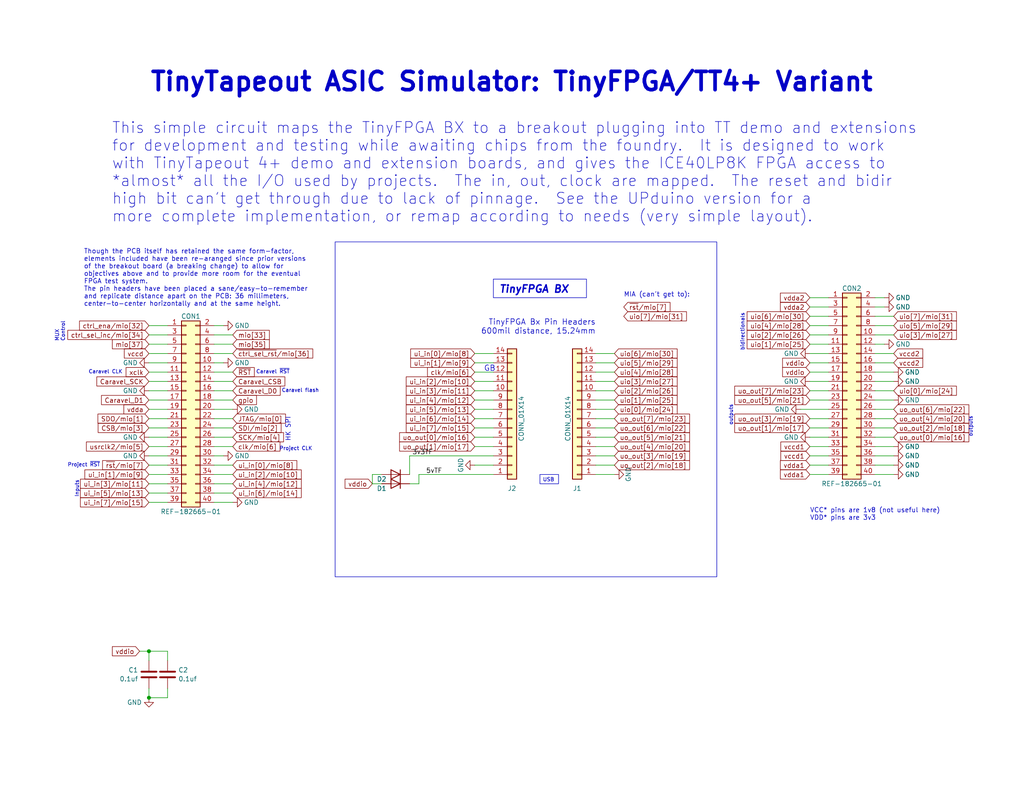
<source format=kicad_sch>
(kicad_sch (version 20230121) (generator eeschema)
  (paper "A")
  (title_block (title "TinyTapeout ASIC Simulator: TinyFPGA/TT4+ Variant") (date "2023-11-29") (rev "1.0") (company "Psychogenic Technologies") (comment 1 "(C) 2023 Pat Deegan"))
  (lib_symbols
    (symbol "Connector_Generic:Conn_02x20_Odd_Even" (pin_names (offset 1.016) hide)
      (property "Reference" "J" (at 1.27 25.4 0))
      (property "Value" "Conn_02x20_Odd_Even" (at 1.27 -27.94 0))
      (symbol "Conn_02x20_Odd_Even_1_1"
        (rectangle (start -1.27 -25.273) (end 0 -25.527) (stroke (width 0.1524)))
        (rectangle (start -1.27 -22.733) (end 0 -22.987) (stroke (width 0.1524)))
        (rectangle (start -1.27 -20.193) (end 0 -20.447) (stroke (width 0.1524)))
        (rectangle (start -1.27 -17.653) (end 0 -17.907) (stroke (width 0.1524)))
        (rectangle (start -1.27 -15.113) (end 0 -15.367) (stroke (width 0.1524)))
        (rectangle (start -1.27 -12.573) (end 0 -12.827) (stroke (width 0.1524)))
        (rectangle (start -1.27 -10.033) (end 0 -10.287) (stroke (width 0.1524)))
        (rectangle (start -1.27 -7.493) (end 0 -7.747) (stroke (width 0.1524)))
        (rectangle (start -1.27 -4.953) (end 0 -5.207) (stroke (width 0.1524)))
        (rectangle (start -1.27 -2.413) (end 0 -2.667) (stroke (width 0.1524)))
        (rectangle (start -1.27 0.127) (end 0 -0.127) (stroke (width 0.1524)))
        (rectangle (start -1.27 2.667) (end 0 2.413) (stroke (width 0.1524)))
        (rectangle (start -1.27 5.207) (end 0 4.953) (stroke (width 0.1524)))
        (rectangle (start -1.27 7.747) (end 0 7.493) (stroke (width 0.1524)))
        (rectangle (start -1.27 10.287) (end 0 10.033) (stroke (width 0.1524)))
        (rectangle (start -1.27 12.827) (end 0 12.573) (stroke (width 0.1524)))
        (rectangle (start -1.27 15.367) (end 0 15.113) (stroke (width 0.1524)))
        (rectangle (start -1.27 17.907) (end 0 17.653) (stroke (width 0.1524)))
        (rectangle (start -1.27 20.447) (end 0 20.193) (stroke (width 0.1524)))
        (rectangle (start -1.27 22.987) (end 0 22.733) (stroke (width 0.1524)))
        (rectangle (start -1.27 24.13) (end 3.81 -26.67) (stroke (width 0.254)) (fill (type background)))
        (rectangle (start 3.81 -25.273) (end 2.54 -25.527) (stroke (width 0.1524)))
        (rectangle (start 3.81 -22.733) (end 2.54 -22.987) (stroke (width 0.1524)))
        (rectangle (start 3.81 -20.193) (end 2.54 -20.447) (stroke (width 0.1524)))
        (rectangle (start 3.81 -17.653) (end 2.54 -17.907) (stroke (width 0.1524)))
        (rectangle (start 3.81 -15.113) (end 2.54 -15.367) (stroke (width 0.1524)))
        (rectangle (start 3.81 -12.573) (end 2.54 -12.827) (stroke (width 0.1524)))
        (rectangle (start 3.81 -10.033) (end 2.54 -10.287) (stroke (width 0.1524)))
        (rectangle (start 3.81 -7.493) (end 2.54 -7.747) (stroke (width 0.1524)))
        (rectangle (start 3.81 -4.953) (end 2.54 -5.207) (stroke (width 0.1524)))
        (rectangle (start 3.81 -2.413) (end 2.54 -2.667) (stroke (width 0.1524)))
        (rectangle (start 3.81 0.127) (end 2.54 -0.127) (stroke (width 0.1524)))
        (rectangle (start 3.81 2.667) (end 2.54 2.413) (stroke (width 0.1524)))
        (rectangle (start 3.81 5.207) (end 2.54 4.953) (stroke (width 0.1524)))
        (rectangle (start 3.81 7.747) (end 2.54 7.493) (stroke (width 0.1524)))
        (rectangle (start 3.81 10.287) (end 2.54 10.033) (stroke (width 0.1524)))
        (rectangle (start 3.81 12.827) (end 2.54 12.573) (stroke (width 0.1524)))
        (rectangle (start 3.81 15.367) (end 2.54 15.113) (stroke (width 0.1524)))
        (rectangle (start 3.81 17.907) (end 2.54 17.653) (stroke (width 0.1524)))
        (rectangle (start 3.81 20.447) (end 2.54 20.193) (stroke (width 0.1524)))
        (rectangle (start 3.81 22.987) (end 2.54 22.733) (stroke (width 0.1524)))
        (pin passive line (at -5.08 22.86 0) (length 3.81) (name "Pin_1") (number "1"))
        (pin passive line (at 7.62 12.7 180) (length 3.81) (name "Pin_10") (number "10"))
        (pin passive line (at -5.08 10.16 0) (length 3.81) (name "Pin_11") (number "11"))
        (pin passive line (at 7.62 10.16 180) (length 3.81) (name "Pin_12") (number "12"))
        (pin passive line (at -5.08 7.62 0) (length 3.81) (name "Pin_13") (number "13"))
        (pin passive line (at 7.62 7.62 180) (length 3.81) (name "Pin_14") (number "14"))
        (pin passive line (at -5.08 5.08 0) (length 3.81) (name "Pin_15") (number "15"))
        (pin passive line (at 7.62 5.08 180) (length 3.81) (name "Pin_16") (number "16"))
        (pin passive line (at -5.08 2.54 0) (length 3.81) (name "Pin_17") (number "17"))
        (pin passive line (at 7.62 2.54 180) (length 3.81) (name "Pin_18") (number "18"))
        (pin passive line (at -5.08 0 0) (length 3.81) (name "Pin_19") (number "19"))
        (pin passive line (at 7.62 22.86 180) (length 3.81) (name "Pin_2") (number "2"))
        (pin passive line (at 7.62 0 180) (length 3.81) (name "Pin_20") (number "20"))
        (pin passive line (at -5.08 -2.54 0) (length 3.81) (name "Pin_21") (number "21"))
        (pin passive line (at 7.62 -2.54 180) (length 3.81) (name "Pin_22") (number "22"))
        (pin passive line (at -5.08 -5.08 0) (length 3.81) (name "Pin_23") (number "23"))
        (pin passive line (at 7.62 -5.08 180) (length 3.81) (name "Pin_24") (number "24"))
        (pin passive line (at -5.08 -7.62 0) (length 3.81) (name "Pin_25") (number "25"))
        (pin passive line (at 7.62 -7.62 180) (length 3.81) (name "Pin_26") (number "26"))
        (pin passive line (at -5.08 -10.16 0) (length 3.81) (name "Pin_27") (number "27"))
        (pin passive line (at 7.62 -10.16 180) (length 3.81) (name "Pin_28") (number "28"))
        (pin passive line (at -5.08 -12.7 0) (length 3.81) (name "Pin_29") (number "29"))
        (pin passive line (at -5.08 20.32 0) (length 3.81) (name "Pin_3") (number "3"))
        (pin passive line (at 7.62 -12.7 180) (length 3.81) (name "Pin_30") (number "30"))
        (pin passive line (at -5.08 -15.24 0) (length 3.81) (name "Pin_31") (number "31"))
        (pin passive line (at 7.62 -15.24 180) (length 3.81) (name "Pin_32") (number "32"))
        (pin passive line (at -5.08 -17.78 0) (length 3.81) (name "Pin_33") (number "33"))
        (pin passive line (at 7.62 -17.78 180) (length 3.81) (name "Pin_34") (number "34"))
        (pin passive line (at -5.08 -20.32 0) (length 3.81) (name "Pin_35") (number "35"))
        (pin passive line (at 7.62 -20.32 180) (length 3.81) (name "Pin_36") (number "36"))
        (pin passive line (at -5.08 -22.86 0) (length 3.81) (name "Pin_37") (number "37"))
        (pin passive line (at 7.62 -22.86 180) (length 3.81) (name "Pin_38") (number "38"))
        (pin passive line (at -5.08 -25.4 0) (length 3.81) (name "Pin_39") (number "39"))
        (pin passive line (at 7.62 20.32 180) (length 3.81) (name "Pin_4") (number "4"))
        (pin passive line (at 7.62 -25.4 180) (length 3.81) (name "Pin_40") (number "40"))
        (pin passive line (at -5.08 17.78 0) (length 3.81) (name "Pin_5") (number "5"))
        (pin passive line (at 7.62 17.78 180) (length 3.81) (name "Pin_6") (number "6"))
        (pin passive line (at -5.08 15.24 0) (length 3.81) (name "Pin_7") (number "7"))
        (pin passive line (at 7.62 15.24 180) (length 3.81) (name "Pin_8") (number "8"))
        (pin passive line (at -5.08 12.7 0) (length 3.81) (name "Pin_9") (number "9"))
      )
    )
    (symbol "Device:C" (pin_numbers hide) (pin_names (offset 0.254))
      (property "Reference" "C" (at 0.635 2.54 0))
      (property "Value" "C" (at 0.635 -2.54 0))
      (symbol "C_0_1"
        (polyline (pts (xy -2.032 -0.762) (xy 2.032 -0.762)) (stroke (width 0.508)))
        (polyline (pts (xy -2.032 0.762) (xy 2.032 0.762)) (stroke (width 0.508)))
      )
      (symbol "C_1_1"
        (pin passive line (at 0 3.81 270) (length 2.794) (name "~") (number "1"))
        (pin passive line (at 0 -3.81 90) (length 2.794) (name "~") (number "2"))
      )
    )
    (symbol "Device:D" (pin_numbers hide) (pin_names (offset 1.016) hide)
      (property "Reference" "D" (at 0 2.54 0))
      (property "Value" "D" (at 0 -2.54 0))
      (symbol "D_0_1"
        (polyline (pts (xy -1.27 1.27) (xy -1.27 -1.27)) (stroke (width 0.254)))
        (polyline (pts (xy 1.27 0) (xy -1.27 0)))
        (polyline (pts (xy 1.27 1.27) (xy 1.27 -1.27) (xy -1.27 0) (xy 1.27 1.27)) (stroke (width 0.254)))
      )
      (symbol "D_1_1"
        (pin passive line (at -3.81 0 0) (length 2.54) (name "K") (number "1"))
        (pin passive line (at 3.81 0 180) (length 2.54) (name "A") (number "2"))
      )
    )
    (symbol "TinyFPGA-BX-rescue:Conn_01x14" (pin_names (offset 1.016) hide)
      (property "Reference" "J" (at 0 17.78 0))
      (property "Value" "Conn_01x14" (at 0 -20.32 0))
      (symbol "Conn_01x14_1_1"
        (rectangle (start -1.27 -17.653) (end 0 -17.907) (stroke (width 0.1524)))
        (rectangle (start -1.27 -15.113) (end 0 -15.367) (stroke (width 0.1524)))
        (rectangle (start -1.27 -12.573) (end 0 -12.827) (stroke (width 0.1524)))
        (rectangle (start -1.27 -10.033) (end 0 -10.287) (stroke (width 0.1524)))
        (rectangle (start -1.27 -7.493) (end 0 -7.747) (stroke (width 0.1524)))
        (rectangle (start -1.27 -4.953) (end 0 -5.207) (stroke (width 0.1524)))
        (rectangle (start -1.27 -2.413) (end 0 -2.667) (stroke (width 0.1524)))
        (rectangle (start -1.27 0.127) (end 0 -0.127) (stroke (width 0.1524)))
        (rectangle (start -1.27 2.667) (end 0 2.413) (stroke (width 0.1524)))
        (rectangle (start -1.27 5.207) (end 0 4.953) (stroke (width 0.1524)))
        (rectangle (start -1.27 7.747) (end 0 7.493) (stroke (width 0.1524)))
        (rectangle (start -1.27 10.287) (end 0 10.033) (stroke (width 0.1524)))
        (rectangle (start -1.27 12.827) (end 0 12.573) (stroke (width 0.1524)))
        (rectangle (start -1.27 15.367) (end 0 15.113) (stroke (width 0.1524)))
        (rectangle (start -1.27 16.51) (end 1.27 -19.05) (stroke (width 0.254)) (fill (type background)))
        (pin passive line (at -5.08 15.24 0) (length 3.81) (name "Pin_1") (number "1"))
        (pin passive line (at -5.08 -7.62 0) (length 3.81) (name "Pin_10") (number "10"))
        (pin passive line (at -5.08 -10.16 0) (length 3.81) (name "Pin_11") (number "11"))
        (pin passive line (at -5.08 -12.7 0) (length 3.81) (name "Pin_12") (number "12"))
        (pin passive line (at -5.08 -15.24 0) (length 3.81) (name "Pin_13") (number "13"))
        (pin passive line (at -5.08 -17.78 0) (length 3.81) (name "Pin_14") (number "14"))
        (pin passive line (at -5.08 12.7 0) (length 3.81) (name "Pin_2") (number "2"))
        (pin passive line (at -5.08 10.16 0) (length 3.81) (name "Pin_3") (number "3"))
        (pin passive line (at -5.08 7.62 0) (length 3.81) (name "Pin_4") (number "4"))
        (pin passive line (at -5.08 5.08 0) (length 3.81) (name "Pin_5") (number "5"))
        (pin passive line (at -5.08 2.54 0) (length 3.81) (name "Pin_6") (number "6"))
        (pin passive line (at -5.08 0 0) (length 3.81) (name "Pin_7") (number "7"))
        (pin passive line (at -5.08 -2.54 0) (length 3.81) (name "Pin_8") (number "8"))
        (pin passive line (at -5.08 -5.08 0) (length 3.81) (name "Pin_9") (number "9"))
      )
    )
    (symbol "TinyFPGA-BX-rescue:GND" (power) (pin_names (offset 0))
      (property "Value" "GND" (at 0 -3.81 0))
      (symbol "GND_0_1"
        (polyline (pts (xy 0 0) (xy 0 -1.27) (xy 1.27 -1.27) (xy 0 -2.54) (xy -1.27 -1.27) (xy 0 -1.27)))
      )
      (symbol "GND_1_1"
        (pin power_in line (at 0 0 270) (length 0) hide (name "GND") (number "1"))
      )
    )
    (symbol "power:GND" (power) (pin_names (offset 0))
      (property "Value" "GND" (at 0 -3.81 0))
      (symbol "GND_0_1"
        (polyline (pts (xy 0 0) (xy 0 -1.27) (xy 1.27 -1.27) (xy 0 -2.54) (xy -1.27 -1.27) (xy 0 -1.27)))
      )
      (symbol "GND_1_1"
        (pin power_in line (at 0 0 270) (length 0) hide (name "GND") (number "1"))
      )
    )
  )
  (junction (at 40.64 177.8))
  (junction (at 40.64 190.5))
  (wire (pts (xy 238.76 116.84) (xy 243.84 116.84)))
  (wire (pts (xy 238.76 99.06) (xy 243.84 99.06)))
  (wire (pts (xy 58.42 88.9) (xy 60.96 88.9)))
  (wire (pts (xy 58.42 96.52) (xy 63.5 96.52)))
  (wire (pts (xy 40.64 121.92) (xy 45.72 121.92)))
  (wire (pts (xy 162.56 99.06) (xy 167.64 99.06)))
  (wire (pts (xy 162.56 127) (xy 167.64 127)))
  (wire (pts (xy 220.98 114.3) (xy 226.06 114.3)))
  (wire (pts (xy 238.76 121.92) (xy 243.84 121.92)))
  (wire (pts (xy 40.64 99.06) (xy 45.72 99.06)))
  (wire (pts (xy 40.64 111.76) (xy 45.72 111.76)))
  (wire (pts (xy 58.42 137.16) (xy 63.5 137.16)))
  (wire (pts (xy 60.96 124.46) (xy 58.42 124.46)))
  (wire (pts (xy 129.54 104.14) (xy 134.62 104.14)))
  (wire (pts (xy 129.54 119.38) (xy 134.62 119.38)))
  (wire (pts (xy 162.56 111.76) (xy 167.64 111.76)))
  (wire (pts (xy 162.56 96.52) (xy 167.64 96.52)))
  (wire (pts (xy 58.42 134.62) (xy 63.5 134.62)))
  (wire (pts (xy 58.42 116.84) (xy 63.5 116.84)))
  (wire (pts (xy 58.42 93.98) (xy 63.5 93.98)))
  (wire (pts (xy 162.56 116.84) (xy 167.64 116.84)))
  (wire (pts (xy 40.64 109.22) (xy 45.72 109.22)))
  (wire (pts (xy 220.98 86.36) (xy 226.06 86.36)))
  (wire (pts (xy 129.54 101.6) (xy 134.62 101.6)))
  (wire (pts (xy 58.42 127) (xy 63.5 127)))
  (wire (pts (xy 238.76 106.68) (xy 243.84 106.68)))
  (wire (pts (xy 162.56 106.68) (xy 167.64 106.68)))
  (wire (pts (xy 238.76 104.14) (xy 243.84 104.14)))
  (wire (pts (xy 45.72 187.96) (xy 45.72 190.5)))
  (wire (pts (xy 40.64 106.68) (xy 45.72 106.68)))
  (wire (pts (xy 129.54 99.06) (xy 134.62 99.06)))
  (wire (pts (xy 58.42 99.06) (xy 60.96 99.06)))
  (wire (pts (xy 220.98 127) (xy 226.06 127)))
  (wire (pts (xy 129.54 96.52) (xy 134.62 96.52)))
  (wire (pts (xy 129.54 109.22) (xy 134.62 109.22)))
  (wire (pts (xy 129.54 106.68) (xy 134.62 106.68)))
  (wire (pts (xy 220.98 116.84) (xy 226.06 116.84)))
  (wire (pts (xy 101.6 129.54) (xy 101.6 132.08)))
  (wire (pts (xy 162.56 104.14) (xy 167.64 104.14)))
  (wire (pts (xy 129.54 121.92) (xy 134.62 121.92)))
  (wire (pts (xy 40.64 137.16) (xy 45.72 137.16)))
  (wire (pts (xy 238.76 109.22) (xy 243.84 109.22)))
  (wire (pts (xy 58.42 132.08) (xy 63.5 132.08)))
  (wire (pts (xy 40.64 88.9) (xy 45.72 88.9)))
  (wire (pts (xy 40.64 187.96) (xy 40.64 190.5)))
  (wire (pts (xy 58.42 119.38) (xy 63.5 119.38)))
  (wire (pts (xy 220.98 109.22) (xy 226.06 109.22)))
  (wire (pts (xy 218.44 111.76) (xy 226.06 111.76)))
  (wire (pts (xy 40.64 91.44) (xy 45.72 91.44)))
  (wire (pts (xy 129.54 114.3) (xy 134.62 114.3)))
  (wire (pts (xy 58.42 109.22) (xy 63.5 109.22)))
  (wire (pts (xy 220.98 83.82) (xy 226.06 83.82)))
  (wire (pts (xy 58.42 91.44) (xy 63.5 91.44)))
  (wire (pts (xy 220.98 119.38) (xy 226.06 119.38)))
  (wire (pts (xy 162.56 114.3) (xy 167.64 114.3)))
  (wire (pts (xy 40.64 177.8) (xy 45.72 177.8)))
  (wire (pts (xy 40.64 124.46) (xy 45.72 124.46)))
  (wire (pts (xy 220.98 99.06) (xy 226.06 99.06)))
  (wire (pts (xy 162.56 121.92) (xy 167.64 121.92)))
  (wire (pts (xy 58.42 106.68) (xy 63.5 106.68)))
  (wire (pts (xy 111.76 124.46) (xy 134.62 124.46)))
  (wire (pts (xy 40.64 127) (xy 45.72 127)))
  (wire (pts (xy 162.56 119.38) (xy 167.64 119.38)))
  (wire (pts (xy 238.76 93.98) (xy 241.3 93.98)))
  (wire (pts (xy 129.54 116.84) (xy 134.62 116.84)))
  (wire (pts (xy 238.76 83.82) (xy 241.3 83.82)))
  (wire (pts (xy 238.76 129.54) (xy 243.84 129.54)))
  (wire (pts (xy 238.76 111.76) (xy 243.84 111.76)))
  (wire (pts (xy 129.54 127) (xy 134.62 127)))
  (wire (pts (xy 63.5 121.92) (xy 58.42 121.92)))
  (wire (pts (xy 40.64 93.98) (xy 45.72 93.98)))
  (wire (pts (xy 40.64 177.8) (xy 40.64 180.34)))
  (wire (pts (xy 38.1 177.8) (xy 40.64 177.8)))
  (wire (pts (xy 162.56 101.6) (xy 167.64 101.6)))
  (wire (pts (xy 238.76 81.28) (xy 241.3 81.28)))
  (wire (pts (xy 45.72 190.5) (xy 40.64 190.5)))
  (wire (pts (xy 114.3 129.54) (xy 134.62 129.54)))
  (wire (pts (xy 220.98 96.52) (xy 226.06 96.52)))
  (wire (pts (xy 40.64 119.38) (xy 45.72 119.38)))
  (wire (pts (xy 220.98 88.9) (xy 226.06 88.9)))
  (wire (pts (xy 238.76 119.38) (xy 243.84 119.38)))
  (wire (pts (xy 111.76 124.46) (xy 111.76 129.54)))
  (wire (pts (xy 220.98 101.6) (xy 226.06 101.6)))
  (wire (pts (xy 40.64 101.6) (xy 45.72 101.6)))
  (wire (pts (xy 162.56 129.54) (xy 167.64 129.54)))
  (wire (pts (xy 58.42 114.3) (xy 63.5 114.3)))
  (wire (pts (xy 114.3 129.54) (xy 114.3 132.08)))
  (wire (pts (xy 101.6 132.08) (xy 104.14 132.08)))
  (wire (pts (xy 58.42 104.14) (xy 63.5 104.14)))
  (wire (pts (xy 238.76 86.36) (xy 243.84 86.36)))
  (wire (pts (xy 114.3 132.08) (xy 111.76 132.08)))
  (wire (pts (xy 40.64 114.3) (xy 45.72 114.3)))
  (wire (pts (xy 40.64 116.84) (xy 45.72 116.84)))
  (wire (pts (xy 220.98 91.44) (xy 226.06 91.44)))
  (wire (pts (xy 40.64 134.62) (xy 45.72 134.62)))
  (wire (pts (xy 58.42 129.54) (xy 63.5 129.54)))
  (wire (pts (xy 220.98 129.54) (xy 226.06 129.54)))
  (wire (pts (xy 238.76 127) (xy 243.84 127)))
  (wire (pts (xy 104.14 129.54) (xy 101.6 129.54)))
  (wire (pts (xy 238.76 96.52) (xy 243.84 96.52)))
  (wire (pts (xy 238.76 101.6) (xy 243.84 101.6)))
  (wire (pts (xy 220.98 106.68) (xy 226.06 106.68)))
  (wire (pts (xy 58.42 101.6) (xy 63.5 101.6)))
  (wire (pts (xy 40.64 129.54) (xy 45.72 129.54)))
  (wire (pts (xy 45.72 177.8) (xy 45.72 180.34)))
  (wire (pts (xy 40.64 132.08) (xy 45.72 132.08)))
  (wire (pts (xy 238.76 124.46) (xy 243.84 124.46)))
  (wire (pts (xy 238.76 91.44) (xy 243.84 91.44)))
  (wire (pts (xy 220.98 104.14) (xy 226.06 104.14)))
  (wire (pts (xy 40.64 104.14) (xy 45.72 104.14)))
  (wire (pts (xy 40.64 96.52) (xy 45.72 96.52)))
  (wire (pts (xy 238.76 88.9) (xy 243.84 88.9)))
  (wire (pts (xy 220.98 124.46) (xy 226.06 124.46)))
  (wire (pts (xy 58.42 111.76) (xy 63.5 111.76)))
  (wire (pts (xy 220.98 81.28) (xy 226.06 81.28)))
  (wire (pts (xy 129.54 111.76) (xy 134.62 111.76)))
  (wire (pts (xy 220.98 121.92) (xy 226.06 121.92)))
  (wire (pts (xy 162.56 109.22) (xy 167.64 109.22)))
  (wire (pts (xy 162.56 124.46) (xy 167.64 124.46)))
  (wire (pts (xy 238.76 114.3) (xy 243.84 114.3)))
  (wire (pts (xy 220.98 93.98) (xy 226.06 93.98)))
  (rectangle (start 91.44 66.04) (end 195.58 157.48))
  (text_box "TinyFPGA BX" (at 134.62 76.2 0) (size 25.4 5.08) (effects (font (size 2 2) (thickness 0.4) bold italic) (justify left top)))
  (text_box "USB" (at 152.4 132.08 0) (size -5.08 -2.54) (effects (font (size 1 1)) (justify left top)))
  (text "Caravel flash" (at 76.835 107.315 0) (effects (font (size 1 1)) (justify left bottom)))
  (text "Project CLK" (at 76.2 123.19 0) (effects (font (size 1 1)) (justify left bottom)))
  (text "TinyFPGA Bx Pin Headers\n600mil distance, 15.24mm" (at 162.56 91.44 0) (effects (font (size 1.524 1.524)) (justify right bottom)))
  (text "Though the PCB itself has retained the same form-factor, \nelements included have been re-aranged since prior versions \nof the breakout board (a breaking change) to allow for \nobjectives above and to provide more room for the eventual \nFPGA test system.  \nThe pin headers have been placed a sane/easy-to-remember \nand replicate distance apart on the PCB: 36 millimeters, \ncenter-to-center horizontally and at the same height." (at 22.86 83.82 0) (effects (font (size 1.27 1.27)) (justify left bottom)))
  (text "HK SPI" (at 79.375 120.65 90) (effects (font (size 1.27 1.27)) (justify left bottom)))
  (text "GB" (at 135.255 101.6 0) (effects (font (size 1.524 1.524)) (justify right bottom)))
  (text "outputs" (at 200.025 110.49 90) (effects (font (size 1 1)) (justify right bottom)))
  (text "Caravel ~{RST}" (at 69.85 102.235 0) (effects (font (size 1 1)) (justify left bottom)))
  (text "Inputs" (at 21.59 135.89 90) (effects (font (size 1 1)) (justify left bottom)))
  (text "TinyTapeout ASIC Simulator: TinyFPGA/TT4+ Variant" (at 40.64 25.4 0) (effects (font (size 5 5) (thickness 1) bold) (justify left bottom)))
  (text "This simple circuit maps the TinyFPGA BX to a breakout plugging into TT demo and extensions\nfor development and testing while awaiting chips from the foundry.  It is designed to work\nwith TinyTapeout 4+ demo and extension boards, and gives the ICE40LP8K FPGA access to \n*almost* all the I/O used by projects.  The in, out, clock are mapped.  The reset and bidir\nhigh bit can't get through due to lack of pinnage.  See the UPduino version for a \nmore complete implementation, or remap according to needs (very simple layout)." (at 30.48 60.96 0) (effects (font (size 3 3)) (justify left bottom)))
  (text "bidirectionals" (at 203.2 95.885 90) (effects (font (size 1 1)) (justify left bottom)))
  (text "MIA (can't get to):" (at 170.18 81.28 0) (effects (font (size 1.27 1.27)) (justify left bottom)))
  (text "Project ~{RST}" (at 18.415 127.635 0) (effects (font (size 1 1)) (justify left bottom)))
  (text "MUX\nControl" (at 17.78 93.345 90) (effects (font (size 1 1)) (justify left bottom)))
  (text "Caravel CLK" (at 24.13 102.235 0) (effects (font (size 1 1)) (justify left bottom)))
  (text "VCC* pins are 1v8 (not useful here)\nVDD* pins are 3v3" (at 220.98 142.24 0) (effects (font (size 1.27 1.27)) (justify left bottom)))
  (text "outputs" (at 265.43 113.665 90) (effects (font (size 1 1)) (justify right bottom)))
  (label "3v3TF" (at 118.11 124.46 180))
  (label "5vTF" (at 120.65 129.54 180))
  (global_label "uio[3]{slash}mio[27]" (shape input) (at 167.64 104.14 0) (property "Intersheetrefs" "${INTERSHEET_REFS}" (effects hide)))
  (global_label "JTAG{slash}mio[0]" (shape input) (at 63.5 114.3 0) (property "Intersheetrefs" "${INTERSHEET_REFS}" (effects hide)))
  (global_label "~{ctrl_sel_rst}{slash}mio[36]" (shape input) (at 63.5 96.52 0) (property "Intersheetrefs" "${INTERSHEET_REFS}" (effects hide)))
  (global_label "ctrl_sel_inc{slash}mio[34]" (shape input) (at 40.64 91.44 180) (property "Intersheetrefs" "${INTERSHEET_REFS}" (effects hide)))
  (global_label "uo_out[3]{slash}mio[19]" (shape input) (at 167.64 124.46 0) (property "Intersheetrefs" "${INTERSHEET_REFS}" (effects hide)))
  (global_label "ctrl_ena{slash}mio[32]" (shape input) (at 40.64 88.9 180) (property "Intersheetrefs" "${INTERSHEET_REFS}" (effects hide)))
  (global_label "xclk" (shape input) (at 40.64 101.6 180) (property "Intersheetrefs" "${INTERSHEET_REFS}" (effects hide)))
  (global_label "uio[5]{slash}mio[29]" (shape input) (at 243.84 88.9 0) (property "Intersheetrefs" "${INTERSHEET_REFS}" (effects hide)))
  (global_label "vddio" (shape input) (at 220.98 99.06 180) (property "Intersheetrefs" "${INTERSHEET_REFS}" (effects hide)))
  (global_label "uo_out[4]{slash}mio[20]" (shape input) (at 167.64 121.92 0) (property "Intersheetrefs" "${INTERSHEET_REFS}" (effects hide)))
  (global_label "uo_out[7]{slash}mio[23]" (shape input) (at 220.98 106.68 180) (property "Intersheetrefs" "${INTERSHEET_REFS}" (effects hide)))
  (global_label "uio[0]{slash}mio[24]" (shape input) (at 243.84 106.68 0) (property "Intersheetrefs" "${INTERSHEET_REFS}" (effects hide)))
  (global_label "ui_in[3]{slash}mio[11]" (shape input) (at 40.64 132.08 180) (property "Intersheetrefs" "${INTERSHEET_REFS}" (effects hide)))
  (global_label "CSB{slash}mio[3]" (shape input) (at 40.64 116.84 180) (property "Intersheetrefs" "${INTERSHEET_REFS}" (effects hide)))
  (global_label "uo_out[5]{slash}mio[21]" (shape input) (at 220.98 109.22 180) (property "Intersheetrefs" "${INTERSHEET_REFS}" (effects hide)))
  (global_label "ui_in[2]{slash}mio[10]" (shape input) (at 129.54 104.14 180) (property "Intersheetrefs" "${INTERSHEET_REFS}" (effects hide)))
  (global_label "vdda2" (shape input) (at 220.98 81.28 180) (property "Intersheetrefs" "${INTERSHEET_REFS}" (effects hide)))
  (global_label "Caravel_D0" (shape input) (at 63.5 106.68 0) (property "Intersheetrefs" "${INTERSHEET_REFS}" (effects hide)))
  (global_label "vccd1" (shape input) (at 220.98 124.46 180) (property "Intersheetrefs" "${INTERSHEET_REFS}" (effects hide)))
  (global_label "uo_out[7]{slash}mio[23]" (shape input) (at 167.64 114.3 0) (property "Intersheetrefs" "${INTERSHEET_REFS}" (effects hide)))
  (global_label "uio[7]{slash}mio[31]" (shape input) (at 243.84 86.36 0) (property "Intersheetrefs" "${INTERSHEET_REFS}" (effects hide)))
  (global_label "uo_out[0]{slash}mio[16]" (shape input) (at 243.84 119.38 0) (property "Intersheetrefs" "${INTERSHEET_REFS}" (effects hide)))
  (global_label "~{rst}{slash}mio[7]" (shape input) (at 170.18 83.82 0) (property "Intersheetrefs" "${INTERSHEET_REFS}" (effects hide)))
  (global_label "ui_in[0]{slash}mio[8]" (shape input) (at 129.54 96.52 180) (property "Intersheetrefs" "${INTERSHEET_REFS}" (effects hide)))
  (global_label "uio[4]{slash}mio[28]" (shape input) (at 167.64 101.6 0) (property "Intersheetrefs" "${INTERSHEET_REFS}" (effects hide)))
  (global_label "Caravel_D1" (shape input) (at 40.64 109.22 180) (property "Intersheetrefs" "${INTERSHEET_REFS}" (effects hide)))
  (global_label "ui_in[1]{slash}mio[9]" (shape input) (at 129.54 99.06 180) (property "Intersheetrefs" "${INTERSHEET_REFS}" (effects hide)))
  (global_label "usrclk2{slash}mio[5]" (shape input) (at 40.64 121.92 180) (property "Intersheetrefs" "${INTERSHEET_REFS}" (effects hide)))
  (global_label "SDO{slash}mio[1]" (shape input) (at 40.64 114.3 180) (property "Intersheetrefs" "${INTERSHEET_REFS}" (effects hide)))
  (global_label "mio[37]" (shape input) (at 40.64 93.98 180) (property "Intersheetrefs" "${INTERSHEET_REFS}" (effects hide)))
  (global_label "ui_in[4]{slash}mio[12]" (shape input) (at 63.5 132.08 0) (property "Intersheetrefs" "${INTERSHEET_REFS}" (effects hide)))
  (global_label "ui_in[4]{slash}mio[12]" (shape input) (at 129.54 109.22 180) (property "Intersheetrefs" "${INTERSHEET_REFS}" (effects hide)))
  (global_label "SCK{slash}mio[4]" (shape input) (at 63.5 119.38 0) (property "Intersheetrefs" "${INTERSHEET_REFS}" (effects hide)))
  (global_label "uo_out[6]{slash}mio[22]" (shape input) (at 243.84 111.76 0) (property "Intersheetrefs" "${INTERSHEET_REFS}" (effects hide)))
  (global_label "vdda" (shape input) (at 40.64 111.76 180) (property "Intersheetrefs" "${INTERSHEET_REFS}" (effects hide)))
  (global_label "vccd2" (shape input) (at 243.84 96.52 0) (property "Intersheetrefs" "${INTERSHEET_REFS}" (effects hide)))
  (global_label "uo_out[1]{slash}mio[17]" (shape input) (at 220.98 116.84 180) (property "Intersheetrefs" "${INTERSHEET_REFS}" (effects hide)))
  (global_label "Caravel_SCK" (shape input) (at 40.64 104.14 180) (property "Intersheetrefs" "${INTERSHEET_REFS}" (effects hide)))
  (global_label "uio[0]{slash}mio[24]" (shape input) (at 167.64 111.76 0) (property "Intersheetrefs" "${INTERSHEET_REFS}" (effects hide)))
  (global_label "gpio" (shape input) (at 63.5 109.22 0) (property "Intersheetrefs" "${INTERSHEET_REFS}" (effects hide)))
  (global_label "uo_out[2]{slash}mio[18]" (shape input) (at 243.84 116.84 0) (property "Intersheetrefs" "${INTERSHEET_REFS}" (effects hide)))
  (global_label "mio[33]" (shape input) (at 63.5 91.44 0) (property "Intersheetrefs" "${INTERSHEET_REFS}" (effects hide)))
  (global_label "uio[2]{slash}mio[26]" (shape input) (at 220.98 91.44 180) (property "Intersheetrefs" "${INTERSHEET_REFS}" (effects hide)))
  (global_label "ui_in[6]{slash}mio[14]" (shape input) (at 129.54 114.3 180) (property "Intersheetrefs" "${INTERSHEET_REFS}" (effects hide)))
  (global_label "uo_out[2]{slash}mio[18]" (shape input) (at 167.64 127 0) (property "Intersheetrefs" "${INTERSHEET_REFS}" (effects hide)))
  (global_label "mio[35]" (shape input) (at 63.5 93.98 0) (property "Intersheetrefs" "${INTERSHEET_REFS}" (effects hide)))
  (global_label "uo_out[4]{slash}mio[20]" (shape input) (at 243.84 114.3 0) (property "Intersheetrefs" "${INTERSHEET_REFS}" (effects hide)))
  (global_label "ui_in[5]{slash}mio[13]" (shape input) (at 40.64 134.62 180) (property "Intersheetrefs" "${INTERSHEET_REFS}" (effects hide)))
  (global_label "~{RST}" (shape input) (at 63.5 101.6 0) (property "Intersheetrefs" "${INTERSHEET_REFS}" (effects hide)))
  (global_label "uo_out[0]{slash}mio[16]" (shape input) (at 129.54 119.38 180) (property "Intersheetrefs" "${INTERSHEET_REFS}" (effects hide)))
  (global_label "ui_in[3]{slash}mio[11]" (shape input) (at 129.54 106.68 180) (property "Intersheetrefs" "${INTERSHEET_REFS}" (effects hide)))
  (global_label "ui_in[6]{slash}mio[14]" (shape input) (at 63.5 134.62 0) (property "Intersheetrefs" "${INTERSHEET_REFS}" (effects hide)))
  (global_label "vddio" (shape input) (at 38.1 177.8 180) (property "Intersheetrefs" "${INTERSHEET_REFS}" (effects hide)))
  (global_label "uo_out[6]{slash}mio[22]" (shape input) (at 167.64 116.84 0) (property "Intersheetrefs" "${INTERSHEET_REFS}" (effects hide)))
  (global_label "vdda1" (shape input) (at 220.98 127 180) (property "Intersheetrefs" "${INTERSHEET_REFS}" (effects hide)))
  (global_label "uio[1]{slash}mio[25]" (shape input) (at 167.64 109.22 0) (property "Intersheetrefs" "${INTERSHEET_REFS}" (effects hide)))
  (global_label "uo_out[1]{slash}mio[17]" (shape input) (at 129.54 121.92 180) (property "Intersheetrefs" "${INTERSHEET_REFS}" (effects hide)))
  (global_label "uio[5]{slash}mio[29]" (shape input) (at 167.64 99.06 0) (property "Intersheetrefs" "${INTERSHEET_REFS}" (effects hide)))
  (global_label "uio[1]{slash}mio[25]" (shape input) (at 220.98 93.98 180) (property "Intersheetrefs" "${INTERSHEET_REFS}" (effects hide)))
  (global_label "ui_in[1]{slash}mio[9]" (shape input) (at 40.64 129.54 180) (property "Intersheetrefs" "${INTERSHEET_REFS}" (effects hide)))
  (global_label "uio[2]{slash}mio[26]" (shape input) (at 167.64 106.68 0) (property "Intersheetrefs" "${INTERSHEET_REFS}" (effects hide)))
  (global_label "uio[6]{slash}mio[30]" (shape input) (at 167.64 96.52 0) (property "Intersheetrefs" "${INTERSHEET_REFS}" (effects hide)))
  (global_label "uio[6]{slash}mio[30]" (shape input) (at 220.98 86.36 180) (property "Intersheetrefs" "${INTERSHEET_REFS}" (effects hide)))
  (global_label "~{rst}{slash}mio[7]" (shape input) (at 40.64 127 180) (property "Intersheetrefs" "${INTERSHEET_REFS}" (effects hide)))
  (global_label "SDI{slash}mio[2]" (shape input) (at 63.5 116.84 0) (property "Intersheetrefs" "${INTERSHEET_REFS}" (effects hide)))
  (global_label "ui_in[7]{slash}mio[15]" (shape input) (at 40.64 137.16 180) (property "Intersheetrefs" "${INTERSHEET_REFS}" (effects hide)))
  (global_label "uio[7]{slash}mio[31]" (shape input) (at 170.18 86.36 0) (property "Intersheetrefs" "${INTERSHEET_REFS}" (effects hide)))
  (global_label "uio[3]{slash}mio[27]" (shape input) (at 243.84 91.44 0) (property "Intersheetrefs" "${INTERSHEET_REFS}" (effects hide)))
  (global_label "vccd" (shape input) (at 40.64 96.52 180) (property "Intersheetrefs" "${INTERSHEET_REFS}" (effects hide)))
  (global_label "uio[4]{slash}mio[28]" (shape input) (at 220.98 88.9 180) (property "Intersheetrefs" "${INTERSHEET_REFS}" (effects hide)))
  (global_label "uo_out[5]{slash}mio[21]" (shape input) (at 167.64 119.38 0) (property "Intersheetrefs" "${INTERSHEET_REFS}" (effects hide)))
  (global_label "uo_out[3]{slash}mio[19]" (shape input) (at 220.98 114.3 180) (property "Intersheetrefs" "${INTERSHEET_REFS}" (effects hide)))
  (global_label "vccd2" (shape input) (at 243.84 99.06 0) (property "Intersheetrefs" "${INTERSHEET_REFS}" (effects hide)))
  (global_label "vdda1" (shape input) (at 220.98 129.54 180) (property "Intersheetrefs" "${INTERSHEET_REFS}" (effects hide)))
  (global_label "clk{slash}mio[6]" (shape input) (at 129.54 101.6 180) (property "Intersheetrefs" "${INTERSHEET_REFS}" (effects hide)))
  (global_label "Caravel_CSB" (shape input) (at 63.5 104.14 0) (property "Intersheetrefs" "${INTERSHEET_REFS}" (effects hide)))
  (global_label "clk{slash}mio[6]" (shape input) (at 63.5 121.92 0) (property "Intersheetrefs" "${INTERSHEET_REFS}" (effects hide)))
  (global_label "vddio" (shape input) (at 220.98 101.6 180) (property "Intersheetrefs" "${INTERSHEET_REFS}" (effects hide)))
  (global_label "vccd1" (shape input) (at 220.98 121.92 180) (property "Intersheetrefs" "${INTERSHEET_REFS}" (effects hide)))
  (global_label "ui_in[2]{slash}mio[10]" (shape input) (at 63.5 129.54 0) (property "Intersheetrefs" "${INTERSHEET_REFS}" (effects hide)))
  (global_label "ui_in[5]{slash}mio[13]" (shape input) (at 129.54 111.76 180) (property "Intersheetrefs" "${INTERSHEET_REFS}" (effects hide)))
  (global_label "vdda2" (shape input) (at 220.98 83.82 180) (property "Intersheetrefs" "${INTERSHEET_REFS}" (effects hide)))
  (global_label "ui_in[0]{slash}mio[8]" (shape input) (at 63.5 127 0) (property "Intersheetrefs" "${INTERSHEET_REFS}" (effects hide)))
  (global_label "ui_in[7]{slash}mio[15]" (shape input) (at 129.54 116.84 180) (property "Intersheetrefs" "${INTERSHEET_REFS}" (effects hide)))
  (global_label "vddio" (shape input) (at 101.6 132.08 180) (property "Intersheetrefs" "${INTERSHEET_REFS}" (effects hide)))
  (symbol (lib_id "Device:C") (at 45.72 184.15 180) (unit 1)
    (property "Reference" "C2" (at 48.641 182.9379 0) (effects (justify right)))
    (property "Value" "0.1uf" (at 48.641 185.3621 0) (effects (justify right)))
    (property "Footprint" "Capacitor_SMD:C_0402_1005Metric" (effects hide))
  )
  (symbol (lib_id "power:GND") (at 243.84 101.6 90) (unit 1)
    (property "Reference" "#PWR023" (effects hide))
    (property "Value" "GND" (at 248.92 101.6 90))
  )
  (symbol (lib_id "TinyFPGA-BX-rescue:GND") (at 167.64 129.54 90) (unit 1)
    (property "Reference" "#PWR030" (effects hide))
    (property "Value" "GND" (at 171.45 129.54 0))
  )
  (symbol (lib_id "power:GND") (at 243.84 121.92 90) (unit 1)
    (property "Reference" "#PWR026" (effects hide))
    (property "Value" "GND" (at 248.92 121.92 90))
  )
  (symbol (lib_id "Device:C") (at 40.64 184.15 180) (unit 1)
    (property "Reference" "C1" (at 37.7191 182.9379 0) (effects (justify left)))
    (property "Value" "0.1uf" (at 37.7191 185.3621 0) (effects (justify left)))
    (property "Footprint" "Capacitor_SMD:C_0402_1005Metric" (effects hide))
  )
  (symbol (lib_id "power:GND") (at 40.64 124.46 270) (unit 1)
    (property "Reference" "#PWR04" (effects hide))
    (property "Value" "GND" (at 35.56 124.46 90))
  )
  (symbol (lib_id "power:GND") (at 60.96 124.46 90) (unit 1)
    (property "Reference" "#PWR07" (effects hide))
    (property "Value" "GND" (at 66.04 124.46 90))
  )
  (symbol (lib_id "Device:D") (at 107.95 132.08 0) (mirror y) (unit 1)
    (property "Reference" "D1" (at 104.14 133.35 0))
    (property "Value" "B0520LW-7-F" (effects hide))
    (property "Footprint" "Diode_SMD:D_SOD-123" (effects hide))
    (property "Sim.Device" "D" (effects hide))
    (property "Sim.Pins" "1=K 2=A" (effects hide))
    (property "MPN" "B0520LW-7-F" (effects hide))
  )
  (symbol (lib_id "Connector_Generic:Conn_02x20_Odd_Even") (at 50.8 111.76 0) (unit 1)
    (property "Reference" "CON1" (at 52.07 86.36 0))
    (property "Value" "REF-182665-01" (at 52.07 139.7 0))
    (property "Footprint" "BreakoutCommon:FH-00339" (effects hide))
  )
  (symbol (lib_id "power:GND") (at 243.84 127 90) (unit 1)
    (property "Reference" "#PWR028" (effects hide))
    (property "Value" "GND" (at 248.92 127 90))
  )
  (symbol (lib_id "power:GND") (at 220.98 96.52 270) (unit 1)
    (property "Reference" "#PWR016" (effects hide))
    (property "Value" "GND" (at 215.9 96.52 90))
  )
  (symbol (lib_id "power:GND") (at 220.98 104.14 270) (unit 1)
    (property "Reference" "#PWR017" (effects hide))
    (property "Value" "GND" (at 215.9 104.14 90))
  )
  (symbol (lib_id "power:GND") (at 40.64 119.38 270) (unit 1)
    (property "Reference" "#PWR03" (effects hide))
    (property "Value" "GND" (at 35.56 119.38 90))
  )
  (symbol (lib_id "power:GND") (at 241.3 93.98 90) (unit 1)
    (property "Reference" "#PWR022" (effects hide))
    (property "Value" "GND" (at 246.38 93.98 90))
  )
  (symbol (lib_id "power:GND") (at 241.3 81.28 90) (unit 1)
    (property "Reference" "#PWR020" (effects hide))
    (property "Value" "GND" (at 246.38 81.28 90))
  )
  (symbol (lib_id "power:GND") (at 243.84 104.14 90) (unit 1)
    (property "Reference" "#PWR024" (effects hide))
    (property "Value" "GND" (at 248.92 104.14 90))
  )
  (symbol (lib_id "power:GND") (at 241.3 83.82 90) (unit 1)
    (property "Reference" "#PWR021" (effects hide))
    (property "Value" "GND" (at 246.38 83.82 90))
  )
  (symbol (lib_id "power:GND") (at 220.98 119.38 270) (unit 1)
    (property "Reference" "#PWR018" (effects hide))
    (property "Value" "GND" (at 215.9 119.38 90))
  )
  (symbol (lib_id "power:GND") (at 63.5 111.76 90) (unit 1)
    (property "Reference" "#PWR08" (effects hide))
    (property "Value" "GND" (at 68.58 111.76 90))
  )
  (symbol (lib_id "power:GND") (at 60.96 99.06 90) (unit 1)
    (property "Reference" "#PWR06" (effects hide))
    (property "Value" "GND" (at 66.04 99.06 90))
  )
  (symbol (lib_id "TinyFPGA-BX-rescue:Conn_01x14") (at 139.7 114.3 0) (mirror x) (unit 1)
    (property "Reference" "J2" (at 139.7 133.35 0))
    (property "Value" "CONN_01X14" (at 142.24 114.3 90))
    (property "Footprint" "Connector_PinHeader_2.54mm:PinHeader_1x14_P2.54mm_Vertical" (effects hide))
  )
  (symbol (lib_id "power:GND") (at 218.44 111.76 270) (unit 1)
    (property "Reference" "#PWR015" (effects hide))
    (property "Value" "GND" (at 213.36 111.76 90))
  )
  (symbol (lib_id "TinyFPGA-BX-rescue:GND") (at 129.54 127 270) (unit 1)
    (property "Reference" "#PWR033" (effects hide))
    (property "Value" "GND" (at 125.73 127 0))
  )
  (symbol (lib_id "power:GND") (at 63.5 137.16 90) (unit 1)
    (property "Reference" "#PWR09" (effects hide))
    (property "Value" "GND" (at 68.58 137.16 90))
  )
  (symbol (lib_id "power:GND") (at 243.84 109.22 90) (unit 1)
    (property "Reference" "#PWR025" (effects hide))
    (property "Value" "GND" (at 248.92 109.22 90))
  )
  (symbol (lib_id "power:GND") (at 60.96 88.9 90) (unit 1)
    (property "Reference" "#PWR05" (effects hide))
    (property "Value" "GND" (at 66.04 88.9 90))
  )
  (symbol (lib_id "Device:D") (at 107.95 129.54 0) (mirror y) (unit 1)
    (property "Reference" "D2" (at 104.14 130.81 0))
    (property "Value" "B0520LW-7-F" (effects hide))
    (property "Footprint" "Diode_SMD:D_SOD-123" (effects hide))
    (property "Sim.Device" "D" (effects hide))
    (property "Sim.Pins" "1=K 2=A" (effects hide))
    (property "MPN" "B0520LW-7-F" (effects hide))
  )
  (symbol (lib_id "power:GND") (at 40.64 99.06 270) (unit 1)
    (property "Reference" "#PWR01" (effects hide))
    (property "Value" "GND" (at 35.56 99.06 90))
  )
  (symbol (lib_id "power:GND") (at 243.84 124.46 90) (unit 1)
    (property "Reference" "#PWR027" (effects hide))
    (property "Value" "GND" (at 248.92 124.46 90))
  )
  (symbol (lib_id "power:GND") (at 40.64 106.68 270) (unit 1)
    (property "Reference" "#PWR02" (effects hide))
    (property "Value" "GND" (at 35.56 106.68 90))
  )
  (symbol (lib_id "Connector_Generic:Conn_02x20_Odd_Even") (at 231.14 104.14 0) (unit 1)
    (property "Reference" "CON2" (at 232.41 78.74 0))
    (property "Value" "REF-182665-01" (at 232.41 132.08 0))
    (property "Footprint" "BreakoutCommon:FH-00339" (effects hide))
  )
  (symbol (lib_id "power:GND") (at 243.84 129.54 90) (unit 1)
    (property "Reference" "#PWR029" (effects hide))
    (property "Value" "GND" (at 248.92 129.54 90))
  )
  (symbol (lib_id "power:GND") (at 40.64 190.5 0) (unit 1)
    (property "Reference" "#PWR014" (effects hide))
    (property "Value" "GND" (at 38.7351 191.77 0) (effects (justify right)))
  )
  (symbol (lib_id "TinyFPGA-BX-rescue:Conn_01x14") (at 157.48 114.3 180) (unit 1)
    (property "Reference" "J1" (at 157.48 133.35 0))
    (property "Value" "CONN_01X14" (at 154.94 114.3 90))
    (property "Footprint" "Connector_PinHeader_2.54mm:PinHeader_1x14_P2.54mm_Vertical" (effects hide))
  )
)
</source>
